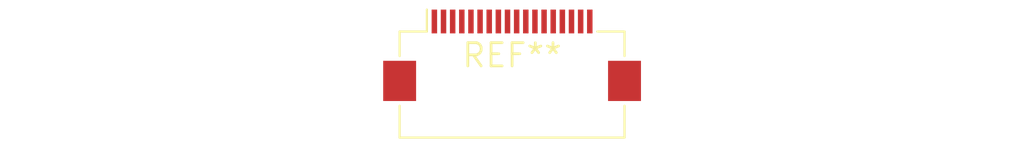
<source format=kicad_pcb>
(kicad_pcb (version 20240108) (generator pcbnew)
  (layers (0 "F.Cu" signal) (31 "B.Cu" signal) (34 "B.Paste" user) (35 "F.Paste" user) (36 "B.SilkS" user "B.Silkscreen") (37 "F.SilkS" user "F.Silkscreen") (38 "B.Mask" user) (39 "F.Mask" user) (44 "Edge.Cuts" user))
  (net 0 "")
  (footprint "Hirose_FH12-18S-0.5SH_1x18-1MP_P0.50mm_Horizontal" (layer "F.Cu") (at 0 0)
    (property "Reference" "REF**")
    (property "Value" "Hirose_FH12-18S-0.5SH_1x18-1MP_P0.50mm_Horizontal")
    (fp_line (start -6.15 -1.3) (end -6.15 0.04) (layer "F.SilkS") (stroke (width 0.12)))
    (fp_line (start -6.15 2.76) (end -6.15 4.5) (layer "F.SilkS") (stroke (width 0.12)))
    (fp_line (start -6.15 4.5) (end 6.15 4.5) (layer "F.SilkS") (stroke (width 0.12)))
    (fp_line (start -4.66 -1.3) (end -6.15 -1.3) (layer "F.SilkS") (stroke (width 0.12)))
    (fp_line (start -4.66 -1.3) (end -4.66 -2.5) (layer "F.SilkS") (stroke (width 0.12)))
    (fp_line (start 4.66 -1.3) (end 6.15 -1.3) (layer "F.SilkS") (stroke (width 0.12)))
    (fp_line (start 6.15 -1.3) (end 6.15 0.04) (layer "F.SilkS") (stroke (width 0.12)))
    (fp_line (start 6.15 4.5) (end 6.15 2.76) (layer "F.SilkS") (stroke (width 0.12)))
    (pad "1" smd rect (at -4.25 -1.85) (size 0.3 1.3) (layers "F.Cu" "F.Paste" "F.Mask"))
    (pad "2" smd rect (at -3.75 -1.85) (size 0.3 1.3) (layers "F.Cu" "F.Paste" "F.Mask"))
    (pad "3" smd rect (at -3.25 -1.85) (size 0.3 1.3) (layers "F.Cu" "F.Paste" "F.Mask"))
    (pad "4" smd rect (at -2.75 -1.85) (size 0.3 1.3) (layers "F.Cu" "F.Paste" "F.Mask"))
    (pad "5" smd rect (at -2.25 -1.85) (size 0.3 1.3) (layers "F.Cu" "F.Paste" "F.Mask"))
    (pad "6" smd rect (at -1.75 -1.85) (size 0.3 1.3) (layers "F.Cu" "F.Paste" "F.Mask"))
    (pad "7" smd rect (at -1.25 -1.85) (size 0.3 1.3) (layers "F.Cu" "F.Paste" "F.Mask"))
    (pad "8" smd rect (at -0.75 -1.85) (size 0.3 1.3) (layers "F.Cu" "F.Paste" "F.Mask"))
    (pad "9" smd rect (at -0.25 -1.85) (size 0.3 1.3) (layers "F.Cu" "F.Paste" "F.Mask"))
    (pad "10" smd rect (at 0.25 -1.85) (size 0.3 1.3) (layers "F.Cu" "F.Paste" "F.Mask"))
    (pad "11" smd rect (at 0.75 -1.85) (size 0.3 1.3) (layers "F.Cu" "F.Paste" "F.Mask"))
    (pad "12" smd rect (at 1.25 -1.85) (size 0.3 1.3) (layers "F.Cu" "F.Paste" "F.Mask"))
    (pad "13" smd rect (at 1.75 -1.85) (size 0.3 1.3) (layers "F.Cu" "F.Paste" "F.Mask"))
    (pad "14" smd rect (at 2.25 -1.85) (size 0.3 1.3) (layers "F.Cu" "F.Paste" "F.Mask"))
    (pad "15" smd rect (at 2.75 -1.85) (size 0.3 1.3) (layers "F.Cu" "F.Paste" "F.Mask"))
    (pad "16" smd rect (at 3.25 -1.85) (size 0.3 1.3) (layers "F.Cu" "F.Paste" "F.Mask"))
    (pad "17" smd rect (at 3.75 -1.85) (size 0.3 1.3) (layers "F.Cu" "F.Paste" "F.Mask"))
    (pad "18" smd rect (at 4.25 -1.85) (size 0.3 1.3) (layers "F.Cu" "F.Paste" "F.Mask"))
    (pad "MP" smd rect (at -6.15 1.4) (size 1.8 2.2) (layers "F.Cu" "F.Paste" "F.Mask"))
    (pad "MP" smd rect (at 6.15 1.4) (size 1.8 2.2) (layers "F.Cu" "F.Paste" "F.Mask"))
  )
)
</source>
